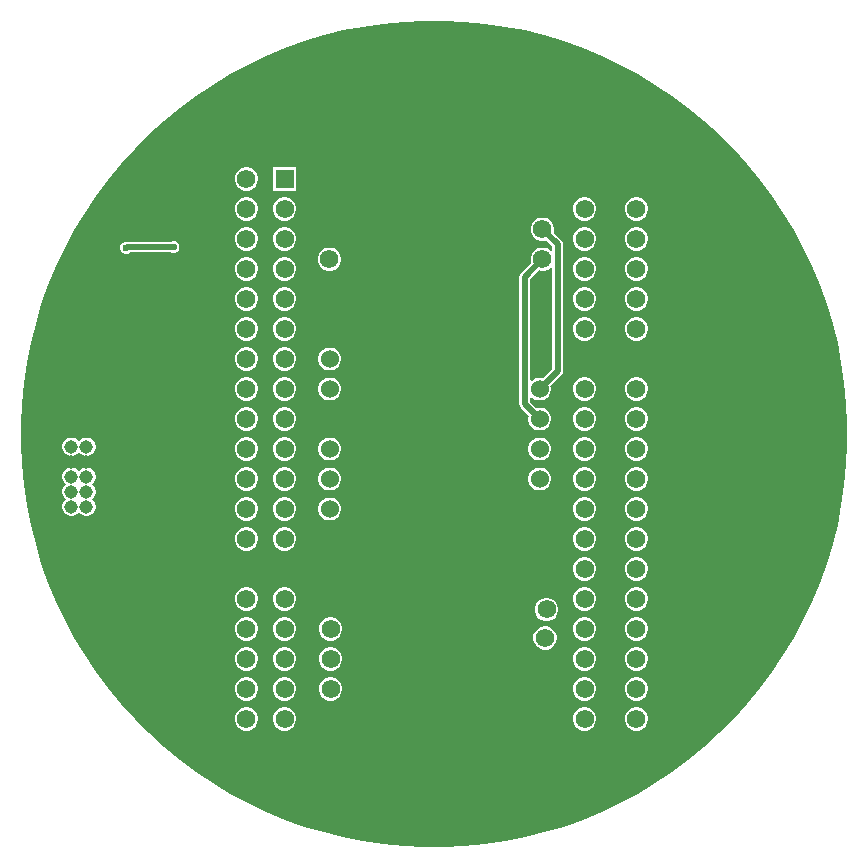
<source format=gbl>
G04*
G04 #@! TF.GenerationSoftware,Altium Limited,Altium Designer,21.2.0 (30)*
G04*
G04 Layer_Physical_Order=2*
G04 Layer_Color=16711680*
%FSLAX25Y25*%
%MOIN*%
G70*
G04*
G04 #@! TF.SameCoordinates,B96C5F5D-6F64-4CBB-A979-4CA2DAF74F4E*
G04*
G04*
G04 #@! TF.FilePolarity,Positive*
G04*
G01*
G75*
%ADD31C,0.01968*%
%ADD35C,0.06142*%
%ADD36C,0.06000*%
%ADD37R,0.06142X0.06142*%
%ADD38C,0.04500*%
%ADD39C,0.23622*%
%ADD40C,0.03937*%
%ADD41C,0.02362*%
G36*
X386883Y536795D02*
X393640Y536463D01*
X400373Y535800D01*
X407065Y534808D01*
X413700Y533488D01*
X420263Y531844D01*
X426737Y529880D01*
X433107Y527601D01*
X439357Y525012D01*
X445473Y522119D01*
X451440Y518930D01*
X457242Y515452D01*
X462868Y511693D01*
X468302Y507663D01*
X473531Y503371D01*
X478544Y498828D01*
X483328Y494044D01*
X487871Y489031D01*
X492163Y483802D01*
X496193Y478368D01*
X499952Y472742D01*
X503430Y466939D01*
X506619Y460973D01*
X509512Y454857D01*
X512101Y448607D01*
X514380Y442237D01*
X516344Y435763D01*
X517988Y429200D01*
X519308Y422565D01*
X520300Y415873D01*
X520963Y409140D01*
X521295Y402383D01*
Y399000D01*
Y395617D01*
X520963Y388860D01*
X520300Y382127D01*
X519308Y375435D01*
X517988Y368800D01*
X516344Y362237D01*
X514380Y355763D01*
X512101Y349393D01*
X509512Y343143D01*
X506619Y337027D01*
X503430Y331061D01*
X499952Y325258D01*
X496193Y319632D01*
X492163Y314198D01*
X487871Y308969D01*
X483328Y303956D01*
X478544Y299172D01*
X473531Y294629D01*
X468302Y290337D01*
X462868Y286307D01*
X457242Y282548D01*
X451440Y279070D01*
X445473Y275881D01*
X439357Y272988D01*
X433107Y270399D01*
X426737Y268120D01*
X420263Y266156D01*
X413700Y264512D01*
X407065Y263192D01*
X400373Y262200D01*
X393640Y261537D01*
X386883Y261205D01*
X383500D01*
X380117D01*
X373360Y261537D01*
X366627Y262200D01*
X359935Y263192D01*
X353300Y264512D01*
X346737Y266156D01*
X340263Y268120D01*
X333893Y270399D01*
X327643Y272988D01*
X321527Y275881D01*
X315561Y279070D01*
X309758Y282548D01*
X304132Y286307D01*
X298698Y290337D01*
X293469Y294629D01*
X288456Y299172D01*
X283672Y303956D01*
X279129Y308969D01*
X274837Y314198D01*
X270807Y319632D01*
X267048Y325258D01*
X263570Y331061D01*
X260381Y337027D01*
X257488Y343143D01*
X254899Y349393D01*
X252620Y355763D01*
X250656Y362237D01*
X249012Y368800D01*
X247692Y375435D01*
X246700Y382127D01*
X246037Y388860D01*
X245705Y395617D01*
Y399000D01*
Y402383D01*
X246037Y409140D01*
X246700Y415873D01*
X247692Y422565D01*
X249012Y429200D01*
X250656Y435763D01*
X252620Y442237D01*
X254899Y448607D01*
X257488Y454857D01*
X260381Y460973D01*
X263570Y466939D01*
X267048Y472742D01*
X270807Y478368D01*
X274837Y483802D01*
X279129Y489031D01*
X283672Y494044D01*
X288456Y498828D01*
X293469Y503371D01*
X298698Y507663D01*
X304132Y511693D01*
X309758Y515452D01*
X315561Y518930D01*
X321527Y522119D01*
X327643Y525012D01*
X333893Y527601D01*
X340263Y529880D01*
X346737Y531844D01*
X353300Y533488D01*
X359935Y534808D01*
X366627Y535800D01*
X373360Y536463D01*
X380117Y536795D01*
X383500D01*
X386883D01*
D02*
G37*
%LPC*%
G36*
X337528Y487871D02*
X329787D01*
Y480129D01*
X337528D01*
Y487871D01*
D02*
G37*
G36*
X321461D02*
X320442D01*
X319458Y487607D01*
X318575Y487098D01*
X317854Y486377D01*
X317345Y485494D01*
X317081Y484510D01*
Y483490D01*
X317345Y482506D01*
X317854Y481623D01*
X318575Y480902D01*
X319458Y480393D01*
X320442Y480129D01*
X321461D01*
X322446Y480393D01*
X323328Y480902D01*
X324049Y481623D01*
X324559Y482506D01*
X324823Y483490D01*
Y484510D01*
X324559Y485494D01*
X324049Y486377D01*
X323328Y487098D01*
X322446Y487607D01*
X321461Y487871D01*
D02*
G37*
G36*
X451461Y477871D02*
X450442D01*
X449458Y477607D01*
X448575Y477098D01*
X447854Y476377D01*
X447345Y475494D01*
X447081Y474510D01*
Y473490D01*
X447345Y472506D01*
X447854Y471623D01*
X448575Y470902D01*
X449458Y470393D01*
X450442Y470129D01*
X451461D01*
X452446Y470393D01*
X453329Y470902D01*
X454049Y471623D01*
X454559Y472506D01*
X454823Y473490D01*
Y474510D01*
X454559Y475494D01*
X454049Y476377D01*
X453329Y477098D01*
X452446Y477607D01*
X451461Y477871D01*
D02*
G37*
G36*
X434167D02*
X433148D01*
X432163Y477607D01*
X431281Y477098D01*
X430560Y476377D01*
X430050Y475494D01*
X429787Y474510D01*
Y473490D01*
X430050Y472506D01*
X430560Y471623D01*
X431281Y470902D01*
X432163Y470393D01*
X433148Y470129D01*
X434167D01*
X435152Y470393D01*
X436034Y470902D01*
X436755Y471623D01*
X437264Y472506D01*
X437528Y473490D01*
Y474510D01*
X437264Y475494D01*
X436755Y476377D01*
X436034Y477098D01*
X435152Y477607D01*
X434167Y477871D01*
D02*
G37*
G36*
X334167D02*
X333148D01*
X332163Y477607D01*
X331281Y477098D01*
X330560Y476377D01*
X330050Y475494D01*
X329787Y474510D01*
Y473490D01*
X330050Y472506D01*
X330560Y471623D01*
X331281Y470902D01*
X332163Y470393D01*
X333148Y470129D01*
X334167D01*
X335152Y470393D01*
X336034Y470902D01*
X336755Y471623D01*
X337265Y472506D01*
X337528Y473490D01*
Y474510D01*
X337265Y475494D01*
X336755Y476377D01*
X336034Y477098D01*
X335152Y477607D01*
X334167Y477871D01*
D02*
G37*
G36*
X321461D02*
X320442D01*
X319458Y477607D01*
X318575Y477098D01*
X317854Y476377D01*
X317345Y475494D01*
X317081Y474510D01*
Y473490D01*
X317345Y472506D01*
X317854Y471623D01*
X318575Y470902D01*
X319458Y470393D01*
X320442Y470129D01*
X321461D01*
X322446Y470393D01*
X323328Y470902D01*
X324049Y471623D01*
X324559Y472506D01*
X324823Y473490D01*
Y474510D01*
X324559Y475494D01*
X324049Y476377D01*
X323328Y477098D01*
X322446Y477607D01*
X321461Y477871D01*
D02*
G37*
G36*
X297048Y463300D02*
X296259D01*
X295869Y463138D01*
X281102D01*
X281102Y463138D01*
X280927Y463103D01*
X280511D01*
X279783Y462802D01*
X279226Y462244D01*
X278924Y461516D01*
Y460728D01*
X279226Y460000D01*
X279783Y459443D01*
X280511Y459141D01*
X281300D01*
X282028Y459443D01*
X282085Y459500D01*
X295869D01*
X296259Y459338D01*
X297048D01*
X297776Y459639D01*
X298333Y460197D01*
X298635Y460925D01*
Y461713D01*
X298333Y462441D01*
X297776Y462998D01*
X297048Y463300D01*
D02*
G37*
G36*
X451461Y467871D02*
X450442D01*
X449458Y467607D01*
X448575Y467098D01*
X447854Y466377D01*
X447345Y465494D01*
X447081Y464510D01*
Y463490D01*
X447345Y462506D01*
X447854Y461623D01*
X448575Y460903D01*
X449458Y460393D01*
X450442Y460129D01*
X451461D01*
X452446Y460393D01*
X453329Y460903D01*
X454049Y461623D01*
X454559Y462506D01*
X454823Y463490D01*
Y464510D01*
X454559Y465494D01*
X454049Y466377D01*
X453329Y467098D01*
X452446Y467607D01*
X451461Y467871D01*
D02*
G37*
G36*
X434167D02*
X433148D01*
X432163Y467607D01*
X431281Y467098D01*
X430560Y466377D01*
X430050Y465494D01*
X429787Y464510D01*
Y463490D01*
X430050Y462506D01*
X430560Y461623D01*
X431281Y460903D01*
X432163Y460393D01*
X433148Y460129D01*
X434167D01*
X435152Y460393D01*
X436034Y460903D01*
X436755Y461623D01*
X437264Y462506D01*
X437528Y463490D01*
Y464510D01*
X437264Y465494D01*
X436755Y466377D01*
X436034Y467098D01*
X435152Y467607D01*
X434167Y467871D01*
D02*
G37*
G36*
X334167D02*
X333148D01*
X332163Y467607D01*
X331281Y467098D01*
X330560Y466377D01*
X330050Y465494D01*
X329787Y464510D01*
Y463490D01*
X330050Y462506D01*
X330560Y461623D01*
X331281Y460903D01*
X332163Y460393D01*
X333148Y460129D01*
X334167D01*
X335152Y460393D01*
X336034Y460903D01*
X336755Y461623D01*
X337265Y462506D01*
X337528Y463490D01*
Y464510D01*
X337265Y465494D01*
X336755Y466377D01*
X336034Y467098D01*
X335152Y467607D01*
X334167Y467871D01*
D02*
G37*
G36*
X321461D02*
X320442D01*
X319458Y467607D01*
X318575Y467098D01*
X317854Y466377D01*
X317345Y465494D01*
X317081Y464510D01*
Y463490D01*
X317345Y462506D01*
X317854Y461623D01*
X318575Y460903D01*
X319458Y460393D01*
X320442Y460129D01*
X321461D01*
X322446Y460393D01*
X323328Y460903D01*
X324049Y461623D01*
X324559Y462506D01*
X324823Y463490D01*
Y464510D01*
X324559Y465494D01*
X324049Y466377D01*
X323328Y467098D01*
X322446Y467607D01*
X321461Y467871D01*
D02*
G37*
G36*
X420124Y471107D02*
X419105D01*
X418120Y470843D01*
X417237Y470334D01*
X416517Y469613D01*
X416007Y468730D01*
X415743Y467746D01*
Y466727D01*
X416007Y465742D01*
X416517Y464859D01*
X417237Y464139D01*
X418120Y463629D01*
X419105Y463365D01*
X420124D01*
X420746Y463532D01*
X422834Y461443D01*
Y460197D01*
X422334Y459990D01*
X421991Y460334D01*
X421108Y460843D01*
X420124Y461107D01*
X419105D01*
X418120Y460843D01*
X417237Y460334D01*
X416517Y459613D01*
X416007Y458730D01*
X415743Y457746D01*
Y456727D01*
X415910Y456105D01*
X412403Y452597D01*
X412008Y452007D01*
X411870Y451311D01*
X411870Y451311D01*
Y408969D01*
X411870Y408968D01*
X412008Y408272D01*
X412403Y407682D01*
X415011Y405074D01*
X414857Y404500D01*
Y403500D01*
X415116Y402533D01*
X415617Y401667D01*
X416324Y400959D01*
X417191Y400459D01*
X418157Y400200D01*
X419158D01*
X420124Y400459D01*
X420991Y400959D01*
X421698Y401667D01*
X422198Y402533D01*
X422458Y403500D01*
Y404500D01*
X422198Y405467D01*
X421698Y406333D01*
X420991Y407041D01*
X420124Y407541D01*
X419158Y407800D01*
X418157D01*
X417584Y407646D01*
X415508Y409722D01*
Y411068D01*
X416008Y411275D01*
X416324Y410959D01*
X417191Y410459D01*
X418157Y410200D01*
X419158D01*
X420124Y410459D01*
X420991Y410959D01*
X421698Y411667D01*
X422198Y412533D01*
X422458Y413500D01*
Y414500D01*
X422304Y415074D01*
X425940Y418710D01*
X426334Y419300D01*
X426473Y419996D01*
X426473Y419996D01*
Y462197D01*
X426473Y462197D01*
X426334Y462893D01*
X425940Y463483D01*
X425940Y463483D01*
X423318Y466105D01*
X423485Y466727D01*
Y467746D01*
X423221Y468730D01*
X422712Y469613D01*
X421991Y470334D01*
X421108Y470843D01*
X420124Y471107D01*
D02*
G37*
G36*
X349124Y461107D02*
X348105D01*
X347120Y460843D01*
X346237Y460334D01*
X345517Y459613D01*
X345007Y458730D01*
X344743Y457746D01*
Y456727D01*
X345007Y455742D01*
X345517Y454859D01*
X346237Y454139D01*
X347120Y453629D01*
X348105Y453365D01*
X349124D01*
X350108Y453629D01*
X350991Y454139D01*
X351712Y454859D01*
X352221Y455742D01*
X352485Y456727D01*
Y457746D01*
X352221Y458730D01*
X351712Y459613D01*
X350991Y460334D01*
X350108Y460843D01*
X349124Y461107D01*
D02*
G37*
G36*
X451461Y457871D02*
X450442D01*
X449458Y457607D01*
X448575Y457097D01*
X447854Y456377D01*
X447345Y455494D01*
X447081Y454510D01*
Y453490D01*
X447345Y452506D01*
X447854Y451623D01*
X448575Y450903D01*
X449458Y450393D01*
X450442Y450129D01*
X451461D01*
X452446Y450393D01*
X453329Y450903D01*
X454049Y451623D01*
X454559Y452506D01*
X454823Y453490D01*
Y454510D01*
X454559Y455494D01*
X454049Y456377D01*
X453329Y457097D01*
X452446Y457607D01*
X451461Y457871D01*
D02*
G37*
G36*
X434167D02*
X433148D01*
X432163Y457607D01*
X431281Y457097D01*
X430560Y456377D01*
X430050Y455494D01*
X429787Y454510D01*
Y453490D01*
X430050Y452506D01*
X430560Y451623D01*
X431281Y450903D01*
X432163Y450393D01*
X433148Y450129D01*
X434167D01*
X435152Y450393D01*
X436034Y450903D01*
X436755Y451623D01*
X437264Y452506D01*
X437528Y453490D01*
Y454510D01*
X437264Y455494D01*
X436755Y456377D01*
X436034Y457097D01*
X435152Y457607D01*
X434167Y457871D01*
D02*
G37*
G36*
X334167D02*
X333148D01*
X332163Y457607D01*
X331281Y457097D01*
X330560Y456377D01*
X330050Y455494D01*
X329787Y454510D01*
Y453490D01*
X330050Y452506D01*
X330560Y451623D01*
X331281Y450903D01*
X332163Y450393D01*
X333148Y450129D01*
X334167D01*
X335152Y450393D01*
X336034Y450903D01*
X336755Y451623D01*
X337265Y452506D01*
X337528Y453490D01*
Y454510D01*
X337265Y455494D01*
X336755Y456377D01*
X336034Y457097D01*
X335152Y457607D01*
X334167Y457871D01*
D02*
G37*
G36*
X321461D02*
X320442D01*
X319458Y457607D01*
X318575Y457097D01*
X317854Y456377D01*
X317345Y455494D01*
X317081Y454510D01*
Y453490D01*
X317345Y452506D01*
X317854Y451623D01*
X318575Y450903D01*
X319458Y450393D01*
X320442Y450129D01*
X321461D01*
X322446Y450393D01*
X323328Y450903D01*
X324049Y451623D01*
X324559Y452506D01*
X324823Y453490D01*
Y454510D01*
X324559Y455494D01*
X324049Y456377D01*
X323328Y457097D01*
X322446Y457607D01*
X321461Y457871D01*
D02*
G37*
G36*
X451461Y447871D02*
X450442D01*
X449458Y447607D01*
X448575Y447097D01*
X447854Y446377D01*
X447345Y445494D01*
X447081Y444510D01*
Y443490D01*
X447345Y442506D01*
X447854Y441623D01*
X448575Y440903D01*
X449458Y440393D01*
X450442Y440129D01*
X451461D01*
X452446Y440393D01*
X453329Y440903D01*
X454049Y441623D01*
X454559Y442506D01*
X454823Y443490D01*
Y444510D01*
X454559Y445494D01*
X454049Y446377D01*
X453329Y447097D01*
X452446Y447607D01*
X451461Y447871D01*
D02*
G37*
G36*
X434167D02*
X433148D01*
X432163Y447607D01*
X431281Y447097D01*
X430560Y446377D01*
X430050Y445494D01*
X429787Y444510D01*
Y443490D01*
X430050Y442506D01*
X430560Y441623D01*
X431281Y440903D01*
X432163Y440393D01*
X433148Y440129D01*
X434167D01*
X435152Y440393D01*
X436034Y440903D01*
X436755Y441623D01*
X437264Y442506D01*
X437528Y443490D01*
Y444510D01*
X437264Y445494D01*
X436755Y446377D01*
X436034Y447097D01*
X435152Y447607D01*
X434167Y447871D01*
D02*
G37*
G36*
X334167D02*
X333148D01*
X332163Y447607D01*
X331281Y447097D01*
X330560Y446377D01*
X330050Y445494D01*
X329787Y444510D01*
Y443490D01*
X330050Y442506D01*
X330560Y441623D01*
X331281Y440903D01*
X332163Y440393D01*
X333148Y440129D01*
X334167D01*
X335152Y440393D01*
X336034Y440903D01*
X336755Y441623D01*
X337265Y442506D01*
X337528Y443490D01*
Y444510D01*
X337265Y445494D01*
X336755Y446377D01*
X336034Y447097D01*
X335152Y447607D01*
X334167Y447871D01*
D02*
G37*
G36*
X321461D02*
X320442D01*
X319458Y447607D01*
X318575Y447097D01*
X317854Y446377D01*
X317345Y445494D01*
X317081Y444510D01*
Y443490D01*
X317345Y442506D01*
X317854Y441623D01*
X318575Y440903D01*
X319458Y440393D01*
X320442Y440129D01*
X321461D01*
X322446Y440393D01*
X323328Y440903D01*
X324049Y441623D01*
X324559Y442506D01*
X324823Y443490D01*
Y444510D01*
X324559Y445494D01*
X324049Y446377D01*
X323328Y447097D01*
X322446Y447607D01*
X321461Y447871D01*
D02*
G37*
G36*
X451461Y437871D02*
X450442D01*
X449458Y437607D01*
X448575Y437098D01*
X447854Y436377D01*
X447345Y435494D01*
X447081Y434510D01*
Y433490D01*
X447345Y432506D01*
X447854Y431623D01*
X448575Y430902D01*
X449458Y430393D01*
X450442Y430129D01*
X451461D01*
X452446Y430393D01*
X453329Y430902D01*
X454049Y431623D01*
X454559Y432506D01*
X454823Y433490D01*
Y434510D01*
X454559Y435494D01*
X454049Y436377D01*
X453329Y437098D01*
X452446Y437607D01*
X451461Y437871D01*
D02*
G37*
G36*
X434167D02*
X433148D01*
X432163Y437607D01*
X431281Y437098D01*
X430560Y436377D01*
X430050Y435494D01*
X429787Y434510D01*
Y433490D01*
X430050Y432506D01*
X430560Y431623D01*
X431281Y430902D01*
X432163Y430393D01*
X433148Y430129D01*
X434167D01*
X435152Y430393D01*
X436034Y430902D01*
X436755Y431623D01*
X437264Y432506D01*
X437528Y433490D01*
Y434510D01*
X437264Y435494D01*
X436755Y436377D01*
X436034Y437098D01*
X435152Y437607D01*
X434167Y437871D01*
D02*
G37*
G36*
X334167D02*
X333148D01*
X332163Y437607D01*
X331281Y437098D01*
X330560Y436377D01*
X330050Y435494D01*
X329787Y434510D01*
Y433490D01*
X330050Y432506D01*
X330560Y431623D01*
X331281Y430902D01*
X332163Y430393D01*
X333148Y430129D01*
X334167D01*
X335152Y430393D01*
X336034Y430902D01*
X336755Y431623D01*
X337265Y432506D01*
X337528Y433490D01*
Y434510D01*
X337265Y435494D01*
X336755Y436377D01*
X336034Y437098D01*
X335152Y437607D01*
X334167Y437871D01*
D02*
G37*
G36*
X321461D02*
X320442D01*
X319458Y437607D01*
X318575Y437098D01*
X317854Y436377D01*
X317345Y435494D01*
X317081Y434510D01*
Y433490D01*
X317345Y432506D01*
X317854Y431623D01*
X318575Y430902D01*
X319458Y430393D01*
X320442Y430129D01*
X321461D01*
X322446Y430393D01*
X323328Y430902D01*
X324049Y431623D01*
X324559Y432506D01*
X324823Y433490D01*
Y434510D01*
X324559Y435494D01*
X324049Y436377D01*
X323328Y437098D01*
X322446Y437607D01*
X321461Y437871D01*
D02*
G37*
G36*
X349158Y427800D02*
X348157D01*
X347191Y427541D01*
X346324Y427041D01*
X345617Y426333D01*
X345116Y425467D01*
X344858Y424500D01*
Y423500D01*
X345116Y422533D01*
X345617Y421667D01*
X346324Y420959D01*
X347191Y420459D01*
X348157Y420200D01*
X349158D01*
X350124Y420459D01*
X350991Y420959D01*
X351698Y421667D01*
X352199Y422533D01*
X352457Y423500D01*
Y424500D01*
X352199Y425467D01*
X351698Y426333D01*
X350991Y427041D01*
X350124Y427541D01*
X349158Y427800D01*
D02*
G37*
G36*
X334167Y427871D02*
X333148D01*
X332163Y427607D01*
X331281Y427098D01*
X330560Y426377D01*
X330050Y425494D01*
X329787Y424510D01*
Y423490D01*
X330050Y422506D01*
X330560Y421623D01*
X331281Y420902D01*
X332163Y420393D01*
X333148Y420129D01*
X334167D01*
X335152Y420393D01*
X336034Y420902D01*
X336755Y421623D01*
X337265Y422506D01*
X337528Y423490D01*
Y424510D01*
X337265Y425494D01*
X336755Y426377D01*
X336034Y427098D01*
X335152Y427607D01*
X334167Y427871D01*
D02*
G37*
G36*
X321461D02*
X320442D01*
X319458Y427607D01*
X318575Y427098D01*
X317854Y426377D01*
X317345Y425494D01*
X317081Y424510D01*
Y423490D01*
X317345Y422506D01*
X317854Y421623D01*
X318575Y420902D01*
X319458Y420393D01*
X320442Y420129D01*
X321461D01*
X322446Y420393D01*
X323328Y420902D01*
X324049Y421623D01*
X324559Y422506D01*
X324823Y423490D01*
Y424510D01*
X324559Y425494D01*
X324049Y426377D01*
X323328Y427098D01*
X322446Y427607D01*
X321461Y427871D01*
D02*
G37*
G36*
X349158Y417800D02*
X348157D01*
X347191Y417541D01*
X346324Y417041D01*
X345617Y416333D01*
X345116Y415467D01*
X344858Y414500D01*
Y413500D01*
X345116Y412533D01*
X345617Y411667D01*
X346324Y410959D01*
X347191Y410459D01*
X348157Y410200D01*
X349158D01*
X350124Y410459D01*
X350991Y410959D01*
X351698Y411667D01*
X352199Y412533D01*
X352457Y413500D01*
Y414500D01*
X352199Y415467D01*
X351698Y416333D01*
X350991Y417041D01*
X350124Y417541D01*
X349158Y417800D01*
D02*
G37*
G36*
X451461Y417871D02*
X450442D01*
X449458Y417607D01*
X448575Y417098D01*
X447854Y416377D01*
X447345Y415494D01*
X447081Y414510D01*
Y413490D01*
X447345Y412506D01*
X447854Y411623D01*
X448575Y410903D01*
X449458Y410393D01*
X450442Y410129D01*
X451461D01*
X452446Y410393D01*
X453329Y410903D01*
X454049Y411623D01*
X454559Y412506D01*
X454823Y413490D01*
Y414510D01*
X454559Y415494D01*
X454049Y416377D01*
X453329Y417098D01*
X452446Y417607D01*
X451461Y417871D01*
D02*
G37*
G36*
X434167D02*
X433148D01*
X432163Y417607D01*
X431281Y417098D01*
X430560Y416377D01*
X430050Y415494D01*
X429787Y414510D01*
Y413490D01*
X430050Y412506D01*
X430560Y411623D01*
X431281Y410903D01*
X432163Y410393D01*
X433148Y410129D01*
X434167D01*
X435152Y410393D01*
X436034Y410903D01*
X436755Y411623D01*
X437264Y412506D01*
X437528Y413490D01*
Y414510D01*
X437264Y415494D01*
X436755Y416377D01*
X436034Y417098D01*
X435152Y417607D01*
X434167Y417871D01*
D02*
G37*
G36*
X334167D02*
X333148D01*
X332163Y417607D01*
X331281Y417098D01*
X330560Y416377D01*
X330050Y415494D01*
X329787Y414510D01*
Y413490D01*
X330050Y412506D01*
X330560Y411623D01*
X331281Y410903D01*
X332163Y410393D01*
X333148Y410129D01*
X334167D01*
X335152Y410393D01*
X336034Y410903D01*
X336755Y411623D01*
X337265Y412506D01*
X337528Y413490D01*
Y414510D01*
X337265Y415494D01*
X336755Y416377D01*
X336034Y417098D01*
X335152Y417607D01*
X334167Y417871D01*
D02*
G37*
G36*
X321461D02*
X320442D01*
X319458Y417607D01*
X318575Y417098D01*
X317854Y416377D01*
X317345Y415494D01*
X317081Y414510D01*
Y413490D01*
X317345Y412506D01*
X317854Y411623D01*
X318575Y410903D01*
X319458Y410393D01*
X320442Y410129D01*
X321461D01*
X322446Y410393D01*
X323328Y410903D01*
X324049Y411623D01*
X324559Y412506D01*
X324823Y413490D01*
Y414510D01*
X324559Y415494D01*
X324049Y416377D01*
X323328Y417098D01*
X322446Y417607D01*
X321461Y417871D01*
D02*
G37*
G36*
X451461Y407871D02*
X450442D01*
X449458Y407607D01*
X448575Y407097D01*
X447854Y406377D01*
X447345Y405494D01*
X447081Y404510D01*
Y403490D01*
X447345Y402506D01*
X447854Y401623D01*
X448575Y400903D01*
X449458Y400393D01*
X450442Y400129D01*
X451461D01*
X452446Y400393D01*
X453329Y400903D01*
X454049Y401623D01*
X454559Y402506D01*
X454823Y403490D01*
Y404510D01*
X454559Y405494D01*
X454049Y406377D01*
X453329Y407097D01*
X452446Y407607D01*
X451461Y407871D01*
D02*
G37*
G36*
X434167D02*
X433148D01*
X432163Y407607D01*
X431281Y407097D01*
X430560Y406377D01*
X430050Y405494D01*
X429787Y404510D01*
Y403490D01*
X430050Y402506D01*
X430560Y401623D01*
X431281Y400903D01*
X432163Y400393D01*
X433148Y400129D01*
X434167D01*
X435152Y400393D01*
X436034Y400903D01*
X436755Y401623D01*
X437264Y402506D01*
X437528Y403490D01*
Y404510D01*
X437264Y405494D01*
X436755Y406377D01*
X436034Y407097D01*
X435152Y407607D01*
X434167Y407871D01*
D02*
G37*
G36*
X334167D02*
X333148D01*
X332163Y407607D01*
X331281Y407097D01*
X330560Y406377D01*
X330050Y405494D01*
X329787Y404510D01*
Y403490D01*
X330050Y402506D01*
X330560Y401623D01*
X331281Y400903D01*
X332163Y400393D01*
X333148Y400129D01*
X334167D01*
X335152Y400393D01*
X336034Y400903D01*
X336755Y401623D01*
X337265Y402506D01*
X337528Y403490D01*
Y404510D01*
X337265Y405494D01*
X336755Y406377D01*
X336034Y407097D01*
X335152Y407607D01*
X334167Y407871D01*
D02*
G37*
G36*
X321461D02*
X320442D01*
X319458Y407607D01*
X318575Y407097D01*
X317854Y406377D01*
X317345Y405494D01*
X317081Y404510D01*
Y403490D01*
X317345Y402506D01*
X317854Y401623D01*
X318575Y400903D01*
X319458Y400393D01*
X320442Y400129D01*
X321461D01*
X322446Y400393D01*
X323328Y400903D01*
X324049Y401623D01*
X324559Y402506D01*
X324823Y403490D01*
Y404510D01*
X324559Y405494D01*
X324049Y406377D01*
X323328Y407097D01*
X322446Y407607D01*
X321461Y407871D01*
D02*
G37*
G36*
X268020Y397794D02*
X267217D01*
X266441Y397586D01*
X265745Y397185D01*
X265455Y396895D01*
X265118Y396658D01*
X264781Y396895D01*
X264491Y397185D01*
X263795Y397586D01*
X263020Y397794D01*
X262217D01*
X261441Y397586D01*
X260745Y397185D01*
X260177Y396617D01*
X259776Y395921D01*
X259568Y395146D01*
Y394342D01*
X259776Y393567D01*
X260177Y392871D01*
X260745Y392303D01*
X261441Y391902D01*
X262217Y391694D01*
X263020D01*
X263795Y391902D01*
X264491Y392303D01*
X264781Y392594D01*
X265118Y392830D01*
X265455Y392594D01*
X265745Y392303D01*
X266441Y391902D01*
X267217Y391694D01*
X268020D01*
X268795Y391902D01*
X269491Y392303D01*
X270059Y392871D01*
X270460Y393567D01*
X270668Y394342D01*
Y395146D01*
X270460Y395921D01*
X270059Y396617D01*
X269491Y397185D01*
X268795Y397586D01*
X268020Y397794D01*
D02*
G37*
G36*
X419158Y397800D02*
X418157D01*
X417191Y397541D01*
X416324Y397041D01*
X415617Y396333D01*
X415116Y395467D01*
X414857Y394500D01*
Y393500D01*
X415116Y392533D01*
X415617Y391667D01*
X416324Y390959D01*
X417191Y390459D01*
X418157Y390200D01*
X419158D01*
X420124Y390459D01*
X420991Y390959D01*
X421698Y391667D01*
X422198Y392533D01*
X422458Y393500D01*
Y394500D01*
X422198Y395467D01*
X421698Y396333D01*
X420991Y397041D01*
X420124Y397541D01*
X419158Y397800D01*
D02*
G37*
G36*
X349158D02*
X348157D01*
X347191Y397541D01*
X346324Y397041D01*
X345617Y396333D01*
X345116Y395467D01*
X344858Y394500D01*
Y393500D01*
X345116Y392533D01*
X345617Y391667D01*
X346324Y390959D01*
X347191Y390459D01*
X348157Y390200D01*
X349158D01*
X350124Y390459D01*
X350991Y390959D01*
X351698Y391667D01*
X352199Y392533D01*
X352457Y393500D01*
Y394500D01*
X352199Y395467D01*
X351698Y396333D01*
X350991Y397041D01*
X350124Y397541D01*
X349158Y397800D01*
D02*
G37*
G36*
X451461Y397871D02*
X450442D01*
X449458Y397607D01*
X448575Y397097D01*
X447854Y396377D01*
X447345Y395494D01*
X447081Y394510D01*
Y393490D01*
X447345Y392506D01*
X447854Y391623D01*
X448575Y390902D01*
X449458Y390393D01*
X450442Y390129D01*
X451461D01*
X452446Y390393D01*
X453329Y390902D01*
X454049Y391623D01*
X454559Y392506D01*
X454823Y393490D01*
Y394510D01*
X454559Y395494D01*
X454049Y396377D01*
X453329Y397097D01*
X452446Y397607D01*
X451461Y397871D01*
D02*
G37*
G36*
X434167D02*
X433148D01*
X432163Y397607D01*
X431281Y397097D01*
X430560Y396377D01*
X430050Y395494D01*
X429787Y394510D01*
Y393490D01*
X430050Y392506D01*
X430560Y391623D01*
X431281Y390902D01*
X432163Y390393D01*
X433148Y390129D01*
X434167D01*
X435152Y390393D01*
X436034Y390902D01*
X436755Y391623D01*
X437264Y392506D01*
X437528Y393490D01*
Y394510D01*
X437264Y395494D01*
X436755Y396377D01*
X436034Y397097D01*
X435152Y397607D01*
X434167Y397871D01*
D02*
G37*
G36*
X334167D02*
X333148D01*
X332163Y397607D01*
X331281Y397097D01*
X330560Y396377D01*
X330050Y395494D01*
X329787Y394510D01*
Y393490D01*
X330050Y392506D01*
X330560Y391623D01*
X331281Y390902D01*
X332163Y390393D01*
X333148Y390129D01*
X334167D01*
X335152Y390393D01*
X336034Y390902D01*
X336755Y391623D01*
X337265Y392506D01*
X337528Y393490D01*
Y394510D01*
X337265Y395494D01*
X336755Y396377D01*
X336034Y397097D01*
X335152Y397607D01*
X334167Y397871D01*
D02*
G37*
G36*
X321461D02*
X320442D01*
X319458Y397607D01*
X318575Y397097D01*
X317854Y396377D01*
X317345Y395494D01*
X317081Y394510D01*
Y393490D01*
X317345Y392506D01*
X317854Y391623D01*
X318575Y390902D01*
X319458Y390393D01*
X320442Y390129D01*
X321461D01*
X322446Y390393D01*
X323328Y390902D01*
X324049Y391623D01*
X324559Y392506D01*
X324823Y393490D01*
Y394510D01*
X324559Y395494D01*
X324049Y396377D01*
X323328Y397097D01*
X322446Y397607D01*
X321461Y397871D01*
D02*
G37*
G36*
X268020Y387794D02*
X267217D01*
X266441Y387586D01*
X265745Y387185D01*
X265455Y386895D01*
X265118Y386658D01*
X264781Y386895D01*
X264491Y387185D01*
X263795Y387586D01*
X263020Y387794D01*
X262217D01*
X261441Y387586D01*
X260745Y387185D01*
X260177Y386617D01*
X259776Y385921D01*
X259568Y385146D01*
Y384343D01*
X259776Y383567D01*
X260177Y382871D01*
X260468Y382581D01*
X260704Y382244D01*
X260468Y381907D01*
X260177Y381617D01*
X259776Y380921D01*
X259568Y380146D01*
Y379343D01*
X259776Y378567D01*
X260177Y377871D01*
X260468Y377581D01*
X260704Y377244D01*
X260468Y376907D01*
X260177Y376617D01*
X259776Y375921D01*
X259568Y375146D01*
Y374342D01*
X259776Y373567D01*
X260177Y372871D01*
X260745Y372304D01*
X261441Y371902D01*
X262217Y371694D01*
X263020D01*
X263795Y371902D01*
X264491Y372304D01*
X264781Y372593D01*
X265118Y372830D01*
X265455Y372593D01*
X265745Y372304D01*
X266441Y371902D01*
X267217Y371694D01*
X268020D01*
X268795Y371902D01*
X269491Y372304D01*
X270059Y372871D01*
X270460Y373567D01*
X270668Y374342D01*
Y375146D01*
X270460Y375921D01*
X270059Y376617D01*
X269769Y376907D01*
X269532Y377244D01*
X269769Y377581D01*
X270059Y377871D01*
X270460Y378567D01*
X270668Y379343D01*
Y380146D01*
X270460Y380921D01*
X270059Y381617D01*
X269769Y381907D01*
X269532Y382244D01*
X269769Y382581D01*
X270059Y382871D01*
X270460Y383567D01*
X270668Y384343D01*
Y385146D01*
X270460Y385921D01*
X270059Y386617D01*
X269491Y387185D01*
X268795Y387586D01*
X268020Y387794D01*
D02*
G37*
G36*
X419158Y387800D02*
X418157D01*
X417191Y387541D01*
X416324Y387041D01*
X415617Y386333D01*
X415116Y385467D01*
X414857Y384500D01*
Y383500D01*
X415116Y382533D01*
X415617Y381667D01*
X416324Y380959D01*
X417191Y380459D01*
X418157Y380200D01*
X419158D01*
X420124Y380459D01*
X420991Y380959D01*
X421698Y381667D01*
X422198Y382533D01*
X422458Y383500D01*
Y384500D01*
X422198Y385467D01*
X421698Y386333D01*
X420991Y387041D01*
X420124Y387541D01*
X419158Y387800D01*
D02*
G37*
G36*
X349158D02*
X348157D01*
X347191Y387541D01*
X346324Y387041D01*
X345617Y386333D01*
X345116Y385467D01*
X344858Y384500D01*
Y383500D01*
X345116Y382533D01*
X345617Y381667D01*
X346324Y380959D01*
X347191Y380459D01*
X348157Y380200D01*
X349158D01*
X350124Y380459D01*
X350991Y380959D01*
X351698Y381667D01*
X352199Y382533D01*
X352457Y383500D01*
Y384500D01*
X352199Y385467D01*
X351698Y386333D01*
X350991Y387041D01*
X350124Y387541D01*
X349158Y387800D01*
D02*
G37*
G36*
X451461Y387871D02*
X450442D01*
X449458Y387607D01*
X448575Y387098D01*
X447854Y386377D01*
X447345Y385494D01*
X447081Y384510D01*
Y383490D01*
X447345Y382506D01*
X447854Y381623D01*
X448575Y380903D01*
X449458Y380393D01*
X450442Y380129D01*
X451461D01*
X452446Y380393D01*
X453329Y380903D01*
X454049Y381623D01*
X454559Y382506D01*
X454823Y383490D01*
Y384510D01*
X454559Y385494D01*
X454049Y386377D01*
X453329Y387098D01*
X452446Y387607D01*
X451461Y387871D01*
D02*
G37*
G36*
X434167D02*
X433148D01*
X432163Y387607D01*
X431281Y387098D01*
X430560Y386377D01*
X430050Y385494D01*
X429787Y384510D01*
Y383490D01*
X430050Y382506D01*
X430560Y381623D01*
X431281Y380903D01*
X432163Y380393D01*
X433148Y380129D01*
X434167D01*
X435152Y380393D01*
X436034Y380903D01*
X436755Y381623D01*
X437264Y382506D01*
X437528Y383490D01*
Y384510D01*
X437264Y385494D01*
X436755Y386377D01*
X436034Y387098D01*
X435152Y387607D01*
X434167Y387871D01*
D02*
G37*
G36*
X334167D02*
X333148D01*
X332163Y387607D01*
X331281Y387098D01*
X330560Y386377D01*
X330050Y385494D01*
X329787Y384510D01*
Y383490D01*
X330050Y382506D01*
X330560Y381623D01*
X331281Y380903D01*
X332163Y380393D01*
X333148Y380129D01*
X334167D01*
X335152Y380393D01*
X336034Y380903D01*
X336755Y381623D01*
X337265Y382506D01*
X337528Y383490D01*
Y384510D01*
X337265Y385494D01*
X336755Y386377D01*
X336034Y387098D01*
X335152Y387607D01*
X334167Y387871D01*
D02*
G37*
G36*
X321461D02*
X320442D01*
X319458Y387607D01*
X318575Y387098D01*
X317854Y386377D01*
X317345Y385494D01*
X317081Y384510D01*
Y383490D01*
X317345Y382506D01*
X317854Y381623D01*
X318575Y380903D01*
X319458Y380393D01*
X320442Y380129D01*
X321461D01*
X322446Y380393D01*
X323328Y380903D01*
X324049Y381623D01*
X324559Y382506D01*
X324823Y383490D01*
Y384510D01*
X324559Y385494D01*
X324049Y386377D01*
X323328Y387098D01*
X322446Y387607D01*
X321461Y387871D01*
D02*
G37*
G36*
X349158Y377800D02*
X348157D01*
X347191Y377541D01*
X346324Y377041D01*
X345617Y376333D01*
X345116Y375467D01*
X344858Y374500D01*
Y373500D01*
X345116Y372533D01*
X345617Y371667D01*
X346324Y370959D01*
X347191Y370459D01*
X348157Y370200D01*
X349158D01*
X350124Y370459D01*
X350991Y370959D01*
X351698Y371667D01*
X352199Y372533D01*
X352457Y373500D01*
Y374500D01*
X352199Y375467D01*
X351698Y376333D01*
X350991Y377041D01*
X350124Y377541D01*
X349158Y377800D01*
D02*
G37*
G36*
X451461Y377871D02*
X450442D01*
X449458Y377607D01*
X448575Y377098D01*
X447854Y376377D01*
X447345Y375494D01*
X447081Y374510D01*
Y373490D01*
X447345Y372506D01*
X447854Y371623D01*
X448575Y370902D01*
X449458Y370393D01*
X450442Y370129D01*
X451461D01*
X452446Y370393D01*
X453329Y370902D01*
X454049Y371623D01*
X454559Y372506D01*
X454823Y373490D01*
Y374510D01*
X454559Y375494D01*
X454049Y376377D01*
X453329Y377098D01*
X452446Y377607D01*
X451461Y377871D01*
D02*
G37*
G36*
X434167D02*
X433148D01*
X432163Y377607D01*
X431281Y377098D01*
X430560Y376377D01*
X430050Y375494D01*
X429787Y374510D01*
Y373490D01*
X430050Y372506D01*
X430560Y371623D01*
X431281Y370902D01*
X432163Y370393D01*
X433148Y370129D01*
X434167D01*
X435152Y370393D01*
X436034Y370902D01*
X436755Y371623D01*
X437264Y372506D01*
X437528Y373490D01*
Y374510D01*
X437264Y375494D01*
X436755Y376377D01*
X436034Y377098D01*
X435152Y377607D01*
X434167Y377871D01*
D02*
G37*
G36*
X334167D02*
X333148D01*
X332163Y377607D01*
X331281Y377098D01*
X330560Y376377D01*
X330050Y375494D01*
X329787Y374510D01*
Y373490D01*
X330050Y372506D01*
X330560Y371623D01*
X331281Y370902D01*
X332163Y370393D01*
X333148Y370129D01*
X334167D01*
X335152Y370393D01*
X336034Y370902D01*
X336755Y371623D01*
X337265Y372506D01*
X337528Y373490D01*
Y374510D01*
X337265Y375494D01*
X336755Y376377D01*
X336034Y377098D01*
X335152Y377607D01*
X334167Y377871D01*
D02*
G37*
G36*
X321461D02*
X320442D01*
X319458Y377607D01*
X318575Y377098D01*
X317854Y376377D01*
X317345Y375494D01*
X317081Y374510D01*
Y373490D01*
X317345Y372506D01*
X317854Y371623D01*
X318575Y370902D01*
X319458Y370393D01*
X320442Y370129D01*
X321461D01*
X322446Y370393D01*
X323328Y370902D01*
X324049Y371623D01*
X324559Y372506D01*
X324823Y373490D01*
Y374510D01*
X324559Y375494D01*
X324049Y376377D01*
X323328Y377098D01*
X322446Y377607D01*
X321461Y377871D01*
D02*
G37*
G36*
X451461Y367871D02*
X450442D01*
X449458Y367607D01*
X448575Y367097D01*
X447854Y366377D01*
X447345Y365494D01*
X447081Y364510D01*
Y363490D01*
X447345Y362506D01*
X447854Y361623D01*
X448575Y360903D01*
X449458Y360393D01*
X450442Y360129D01*
X451461D01*
X452446Y360393D01*
X453329Y360903D01*
X454049Y361623D01*
X454559Y362506D01*
X454823Y363490D01*
Y364510D01*
X454559Y365494D01*
X454049Y366377D01*
X453329Y367097D01*
X452446Y367607D01*
X451461Y367871D01*
D02*
G37*
G36*
X434167D02*
X433148D01*
X432163Y367607D01*
X431281Y367097D01*
X430560Y366377D01*
X430050Y365494D01*
X429787Y364510D01*
Y363490D01*
X430050Y362506D01*
X430560Y361623D01*
X431281Y360903D01*
X432163Y360393D01*
X433148Y360129D01*
X434167D01*
X435152Y360393D01*
X436034Y360903D01*
X436755Y361623D01*
X437264Y362506D01*
X437528Y363490D01*
Y364510D01*
X437264Y365494D01*
X436755Y366377D01*
X436034Y367097D01*
X435152Y367607D01*
X434167Y367871D01*
D02*
G37*
G36*
X334167D02*
X333148D01*
X332163Y367607D01*
X331281Y367097D01*
X330560Y366377D01*
X330050Y365494D01*
X329787Y364510D01*
Y363490D01*
X330050Y362506D01*
X330560Y361623D01*
X331281Y360903D01*
X332163Y360393D01*
X333148Y360129D01*
X334167D01*
X335152Y360393D01*
X336034Y360903D01*
X336755Y361623D01*
X337265Y362506D01*
X337528Y363490D01*
Y364510D01*
X337265Y365494D01*
X336755Y366377D01*
X336034Y367097D01*
X335152Y367607D01*
X334167Y367871D01*
D02*
G37*
G36*
X321461D02*
X320442D01*
X319458Y367607D01*
X318575Y367097D01*
X317854Y366377D01*
X317345Y365494D01*
X317081Y364510D01*
Y363490D01*
X317345Y362506D01*
X317854Y361623D01*
X318575Y360903D01*
X319458Y360393D01*
X320442Y360129D01*
X321461D01*
X322446Y360393D01*
X323328Y360903D01*
X324049Y361623D01*
X324559Y362506D01*
X324823Y363490D01*
Y364510D01*
X324559Y365494D01*
X324049Y366377D01*
X323328Y367097D01*
X322446Y367607D01*
X321461Y367871D01*
D02*
G37*
G36*
X451461Y357871D02*
X450442D01*
X449458Y357607D01*
X448575Y357098D01*
X447854Y356377D01*
X447345Y355494D01*
X447081Y354510D01*
Y353490D01*
X447345Y352506D01*
X447854Y351623D01*
X448575Y350903D01*
X449458Y350393D01*
X450442Y350129D01*
X451461D01*
X452446Y350393D01*
X453329Y350903D01*
X454049Y351623D01*
X454559Y352506D01*
X454823Y353490D01*
Y354510D01*
X454559Y355494D01*
X454049Y356377D01*
X453329Y357098D01*
X452446Y357607D01*
X451461Y357871D01*
D02*
G37*
G36*
X434167D02*
X433148D01*
X432163Y357607D01*
X431281Y357098D01*
X430560Y356377D01*
X430050Y355494D01*
X429787Y354510D01*
Y353490D01*
X430050Y352506D01*
X430560Y351623D01*
X431281Y350903D01*
X432163Y350393D01*
X433148Y350129D01*
X434167D01*
X435152Y350393D01*
X436034Y350903D01*
X436755Y351623D01*
X437264Y352506D01*
X437528Y353490D01*
Y354510D01*
X437264Y355494D01*
X436755Y356377D01*
X436034Y357098D01*
X435152Y357607D01*
X434167Y357871D01*
D02*
G37*
G36*
X451461Y347871D02*
X450442D01*
X449458Y347607D01*
X448575Y347097D01*
X447854Y346377D01*
X447345Y345494D01*
X447081Y344510D01*
Y343490D01*
X447345Y342506D01*
X447854Y341623D01*
X448575Y340902D01*
X449458Y340393D01*
X450442Y340129D01*
X451461D01*
X452446Y340393D01*
X453329Y340902D01*
X454049Y341623D01*
X454559Y342506D01*
X454823Y343490D01*
Y344510D01*
X454559Y345494D01*
X454049Y346377D01*
X453329Y347097D01*
X452446Y347607D01*
X451461Y347871D01*
D02*
G37*
G36*
X434167D02*
X433148D01*
X432163Y347607D01*
X431281Y347097D01*
X430560Y346377D01*
X430050Y345494D01*
X429787Y344510D01*
Y343490D01*
X430050Y342506D01*
X430560Y341623D01*
X431281Y340902D01*
X432163Y340393D01*
X433148Y340129D01*
X434167D01*
X435152Y340393D01*
X436034Y340902D01*
X436755Y341623D01*
X437264Y342506D01*
X437528Y343490D01*
Y344510D01*
X437264Y345494D01*
X436755Y346377D01*
X436034Y347097D01*
X435152Y347607D01*
X434167Y347871D01*
D02*
G37*
G36*
X334167D02*
X333148D01*
X332163Y347607D01*
X331281Y347097D01*
X330560Y346377D01*
X330050Y345494D01*
X329787Y344510D01*
Y343490D01*
X330050Y342506D01*
X330560Y341623D01*
X331281Y340902D01*
X332163Y340393D01*
X333148Y340129D01*
X334167D01*
X335152Y340393D01*
X336034Y340902D01*
X336755Y341623D01*
X337265Y342506D01*
X337528Y343490D01*
Y344510D01*
X337265Y345494D01*
X336755Y346377D01*
X336034Y347097D01*
X335152Y347607D01*
X334167Y347871D01*
D02*
G37*
G36*
X321461D02*
X320442D01*
X319458Y347607D01*
X318575Y347097D01*
X317854Y346377D01*
X317345Y345494D01*
X317081Y344510D01*
Y343490D01*
X317345Y342506D01*
X317854Y341623D01*
X318575Y340902D01*
X319458Y340393D01*
X320442Y340129D01*
X321461D01*
X322446Y340393D01*
X323328Y340902D01*
X324049Y341623D01*
X324559Y342506D01*
X324823Y343490D01*
Y344510D01*
X324559Y345494D01*
X324049Y346377D01*
X323328Y347097D01*
X322446Y347607D01*
X321461Y347871D01*
D02*
G37*
G36*
X421510Y344371D02*
X420490D01*
X419506Y344107D01*
X418623Y343598D01*
X417903Y342877D01*
X417393Y341994D01*
X417129Y341010D01*
Y339990D01*
X417393Y339006D01*
X417903Y338123D01*
X418623Y337403D01*
X419506Y336893D01*
X420490Y336629D01*
X421510D01*
X422494Y336893D01*
X423377Y337403D01*
X424097Y338123D01*
X424607Y339006D01*
X424871Y339990D01*
Y341010D01*
X424607Y341994D01*
X424097Y342877D01*
X423377Y343598D01*
X422494Y344107D01*
X421510Y344371D01*
D02*
G37*
G36*
X451461Y337871D02*
X450442D01*
X449458Y337607D01*
X448575Y337098D01*
X447854Y336377D01*
X447345Y335494D01*
X447081Y334510D01*
Y333490D01*
X447345Y332506D01*
X447854Y331623D01*
X448575Y330903D01*
X449458Y330393D01*
X450442Y330129D01*
X451461D01*
X452446Y330393D01*
X453329Y330903D01*
X454049Y331623D01*
X454559Y332506D01*
X454823Y333490D01*
Y334510D01*
X454559Y335494D01*
X454049Y336377D01*
X453329Y337098D01*
X452446Y337607D01*
X451461Y337871D01*
D02*
G37*
G36*
X434167D02*
X433148D01*
X432163Y337607D01*
X431281Y337098D01*
X430560Y336377D01*
X430050Y335494D01*
X429787Y334510D01*
Y333490D01*
X430050Y332506D01*
X430560Y331623D01*
X431281Y330903D01*
X432163Y330393D01*
X433148Y330129D01*
X434167D01*
X435152Y330393D01*
X436034Y330903D01*
X436755Y331623D01*
X437264Y332506D01*
X437528Y333490D01*
Y334510D01*
X437264Y335494D01*
X436755Y336377D01*
X436034Y337098D01*
X435152Y337607D01*
X434167Y337871D01*
D02*
G37*
G36*
X349510D02*
X348490D01*
X347506Y337607D01*
X346623Y337098D01*
X345902Y336377D01*
X345393Y335494D01*
X345129Y334510D01*
Y333490D01*
X345393Y332506D01*
X345902Y331623D01*
X346623Y330903D01*
X347506Y330393D01*
X348490Y330129D01*
X349510D01*
X350494Y330393D01*
X351377Y330903D01*
X352098Y331623D01*
X352607Y332506D01*
X352871Y333490D01*
Y334510D01*
X352607Y335494D01*
X352098Y336377D01*
X351377Y337098D01*
X350494Y337607D01*
X349510Y337871D01*
D02*
G37*
G36*
X334167D02*
X333148D01*
X332163Y337607D01*
X331281Y337098D01*
X330560Y336377D01*
X330050Y335494D01*
X329787Y334510D01*
Y333490D01*
X330050Y332506D01*
X330560Y331623D01*
X331281Y330903D01*
X332163Y330393D01*
X333148Y330129D01*
X334167D01*
X335152Y330393D01*
X336034Y330903D01*
X336755Y331623D01*
X337265Y332506D01*
X337528Y333490D01*
Y334510D01*
X337265Y335494D01*
X336755Y336377D01*
X336034Y337098D01*
X335152Y337607D01*
X334167Y337871D01*
D02*
G37*
G36*
X321461D02*
X320442D01*
X319458Y337607D01*
X318575Y337098D01*
X317854Y336377D01*
X317345Y335494D01*
X317081Y334510D01*
Y333490D01*
X317345Y332506D01*
X317854Y331623D01*
X318575Y330903D01*
X319458Y330393D01*
X320442Y330129D01*
X321461D01*
X322446Y330393D01*
X323328Y330903D01*
X324049Y331623D01*
X324559Y332506D01*
X324823Y333490D01*
Y334510D01*
X324559Y335494D01*
X324049Y336377D01*
X323328Y337098D01*
X322446Y337607D01*
X321461Y337871D01*
D02*
G37*
G36*
X421010Y334871D02*
X419990D01*
X419006Y334607D01*
X418123Y334098D01*
X417403Y333377D01*
X416893Y332494D01*
X416629Y331510D01*
Y330490D01*
X416893Y329506D01*
X417403Y328623D01*
X418123Y327903D01*
X419006Y327393D01*
X419990Y327129D01*
X421010D01*
X421994Y327393D01*
X422877Y327903D01*
X423597Y328623D01*
X424107Y329506D01*
X424371Y330490D01*
Y331510D01*
X424107Y332494D01*
X423597Y333377D01*
X422877Y334098D01*
X421994Y334607D01*
X421010Y334871D01*
D02*
G37*
G36*
X451461Y327871D02*
X450442D01*
X449458Y327607D01*
X448575Y327098D01*
X447854Y326377D01*
X447345Y325494D01*
X447081Y324510D01*
Y323490D01*
X447345Y322506D01*
X447854Y321623D01*
X448575Y320902D01*
X449458Y320393D01*
X450442Y320129D01*
X451461D01*
X452446Y320393D01*
X453329Y320902D01*
X454049Y321623D01*
X454559Y322506D01*
X454823Y323490D01*
Y324510D01*
X454559Y325494D01*
X454049Y326377D01*
X453329Y327098D01*
X452446Y327607D01*
X451461Y327871D01*
D02*
G37*
G36*
X434167D02*
X433148D01*
X432163Y327607D01*
X431281Y327098D01*
X430560Y326377D01*
X430050Y325494D01*
X429787Y324510D01*
Y323490D01*
X430050Y322506D01*
X430560Y321623D01*
X431281Y320902D01*
X432163Y320393D01*
X433148Y320129D01*
X434167D01*
X435152Y320393D01*
X436034Y320902D01*
X436755Y321623D01*
X437264Y322506D01*
X437528Y323490D01*
Y324510D01*
X437264Y325494D01*
X436755Y326377D01*
X436034Y327098D01*
X435152Y327607D01*
X434167Y327871D01*
D02*
G37*
G36*
X349510D02*
X348490D01*
X347506Y327607D01*
X346623Y327098D01*
X345902Y326377D01*
X345393Y325494D01*
X345129Y324510D01*
Y323490D01*
X345393Y322506D01*
X345902Y321623D01*
X346623Y320902D01*
X347506Y320393D01*
X348490Y320129D01*
X349510D01*
X350494Y320393D01*
X351377Y320902D01*
X352098Y321623D01*
X352607Y322506D01*
X352871Y323490D01*
Y324510D01*
X352607Y325494D01*
X352098Y326377D01*
X351377Y327098D01*
X350494Y327607D01*
X349510Y327871D01*
D02*
G37*
G36*
X334167D02*
X333148D01*
X332163Y327607D01*
X331281Y327098D01*
X330560Y326377D01*
X330050Y325494D01*
X329787Y324510D01*
Y323490D01*
X330050Y322506D01*
X330560Y321623D01*
X331281Y320902D01*
X332163Y320393D01*
X333148Y320129D01*
X334167D01*
X335152Y320393D01*
X336034Y320902D01*
X336755Y321623D01*
X337265Y322506D01*
X337528Y323490D01*
Y324510D01*
X337265Y325494D01*
X336755Y326377D01*
X336034Y327098D01*
X335152Y327607D01*
X334167Y327871D01*
D02*
G37*
G36*
X321461D02*
X320442D01*
X319458Y327607D01*
X318575Y327098D01*
X317854Y326377D01*
X317345Y325494D01*
X317081Y324510D01*
Y323490D01*
X317345Y322506D01*
X317854Y321623D01*
X318575Y320902D01*
X319458Y320393D01*
X320442Y320129D01*
X321461D01*
X322446Y320393D01*
X323328Y320902D01*
X324049Y321623D01*
X324559Y322506D01*
X324823Y323490D01*
Y324510D01*
X324559Y325494D01*
X324049Y326377D01*
X323328Y327098D01*
X322446Y327607D01*
X321461Y327871D01*
D02*
G37*
G36*
X451461Y317871D02*
X450442D01*
X449458Y317607D01*
X448575Y317097D01*
X447854Y316377D01*
X447345Y315494D01*
X447081Y314510D01*
Y313490D01*
X447345Y312506D01*
X447854Y311623D01*
X448575Y310903D01*
X449458Y310393D01*
X450442Y310129D01*
X451461D01*
X452446Y310393D01*
X453329Y310903D01*
X454049Y311623D01*
X454559Y312506D01*
X454823Y313490D01*
Y314510D01*
X454559Y315494D01*
X454049Y316377D01*
X453329Y317097D01*
X452446Y317607D01*
X451461Y317871D01*
D02*
G37*
G36*
X434167D02*
X433148D01*
X432163Y317607D01*
X431281Y317097D01*
X430560Y316377D01*
X430050Y315494D01*
X429787Y314510D01*
Y313490D01*
X430050Y312506D01*
X430560Y311623D01*
X431281Y310903D01*
X432163Y310393D01*
X433148Y310129D01*
X434167D01*
X435152Y310393D01*
X436034Y310903D01*
X436755Y311623D01*
X437264Y312506D01*
X437528Y313490D01*
Y314510D01*
X437264Y315494D01*
X436755Y316377D01*
X436034Y317097D01*
X435152Y317607D01*
X434167Y317871D01*
D02*
G37*
G36*
X349510D02*
X348490D01*
X347506Y317607D01*
X346623Y317097D01*
X345902Y316377D01*
X345393Y315494D01*
X345129Y314510D01*
Y313490D01*
X345393Y312506D01*
X345902Y311623D01*
X346623Y310903D01*
X347506Y310393D01*
X348490Y310129D01*
X349510D01*
X350494Y310393D01*
X351377Y310903D01*
X352098Y311623D01*
X352607Y312506D01*
X352871Y313490D01*
Y314510D01*
X352607Y315494D01*
X352098Y316377D01*
X351377Y317097D01*
X350494Y317607D01*
X349510Y317871D01*
D02*
G37*
G36*
X334167D02*
X333148D01*
X332163Y317607D01*
X331281Y317097D01*
X330560Y316377D01*
X330050Y315494D01*
X329787Y314510D01*
Y313490D01*
X330050Y312506D01*
X330560Y311623D01*
X331281Y310903D01*
X332163Y310393D01*
X333148Y310129D01*
X334167D01*
X335152Y310393D01*
X336034Y310903D01*
X336755Y311623D01*
X337265Y312506D01*
X337528Y313490D01*
Y314510D01*
X337265Y315494D01*
X336755Y316377D01*
X336034Y317097D01*
X335152Y317607D01*
X334167Y317871D01*
D02*
G37*
G36*
X321461D02*
X320442D01*
X319458Y317607D01*
X318575Y317097D01*
X317854Y316377D01*
X317345Y315494D01*
X317081Y314510D01*
Y313490D01*
X317345Y312506D01*
X317854Y311623D01*
X318575Y310903D01*
X319458Y310393D01*
X320442Y310129D01*
X321461D01*
X322446Y310393D01*
X323328Y310903D01*
X324049Y311623D01*
X324559Y312506D01*
X324823Y313490D01*
Y314510D01*
X324559Y315494D01*
X324049Y316377D01*
X323328Y317097D01*
X322446Y317607D01*
X321461Y317871D01*
D02*
G37*
G36*
X451461Y307871D02*
X450442D01*
X449458Y307607D01*
X448575Y307098D01*
X447854Y306377D01*
X447345Y305494D01*
X447081Y304510D01*
Y303490D01*
X447345Y302506D01*
X447854Y301623D01*
X448575Y300903D01*
X449458Y300393D01*
X450442Y300129D01*
X451461D01*
X452446Y300393D01*
X453329Y300903D01*
X454049Y301623D01*
X454559Y302506D01*
X454823Y303490D01*
Y304510D01*
X454559Y305494D01*
X454049Y306377D01*
X453329Y307098D01*
X452446Y307607D01*
X451461Y307871D01*
D02*
G37*
G36*
X434167D02*
X433148D01*
X432163Y307607D01*
X431281Y307098D01*
X430560Y306377D01*
X430050Y305494D01*
X429787Y304510D01*
Y303490D01*
X430050Y302506D01*
X430560Y301623D01*
X431281Y300903D01*
X432163Y300393D01*
X433148Y300129D01*
X434167D01*
X435152Y300393D01*
X436034Y300903D01*
X436755Y301623D01*
X437264Y302506D01*
X437528Y303490D01*
Y304510D01*
X437264Y305494D01*
X436755Y306377D01*
X436034Y307098D01*
X435152Y307607D01*
X434167Y307871D01*
D02*
G37*
G36*
X334167D02*
X333148D01*
X332163Y307607D01*
X331281Y307098D01*
X330560Y306377D01*
X330050Y305494D01*
X329787Y304510D01*
Y303490D01*
X330050Y302506D01*
X330560Y301623D01*
X331281Y300903D01*
X332163Y300393D01*
X333148Y300129D01*
X334167D01*
X335152Y300393D01*
X336034Y300903D01*
X336755Y301623D01*
X337265Y302506D01*
X337528Y303490D01*
Y304510D01*
X337265Y305494D01*
X336755Y306377D01*
X336034Y307098D01*
X335152Y307607D01*
X334167Y307871D01*
D02*
G37*
G36*
X321461D02*
X320442D01*
X319458Y307607D01*
X318575Y307098D01*
X317854Y306377D01*
X317345Y305494D01*
X317081Y304510D01*
Y303490D01*
X317345Y302506D01*
X317854Y301623D01*
X318575Y300903D01*
X319458Y300393D01*
X320442Y300129D01*
X321461D01*
X322446Y300393D01*
X323328Y300903D01*
X324049Y301623D01*
X324559Y302506D01*
X324823Y303490D01*
Y304510D01*
X324559Y305494D01*
X324049Y306377D01*
X323328Y307098D01*
X322446Y307607D01*
X321461Y307871D01*
D02*
G37*
%LPD*%
G36*
X422834Y454275D02*
Y420750D01*
X419731Y417646D01*
X419158Y417800D01*
X418157D01*
X417191Y417541D01*
X416324Y417041D01*
X416008Y416725D01*
X415508Y416932D01*
Y450558D01*
X418483Y453532D01*
X419105Y453365D01*
X420124D01*
X421108Y453629D01*
X421991Y454139D01*
X422334Y454482D01*
X422834Y454275D01*
D02*
G37*
D31*
X280906Y461122D02*
X281102Y461319D01*
X296654D01*
X348614Y457236D02*
X348732Y457118D01*
X413689Y408968D02*
Y451311D01*
Y408968D02*
X418657Y404000D01*
X413689Y451311D02*
X419614Y457236D01*
X419496Y467118D02*
X419614Y467236D01*
X424653Y419996D02*
Y462197D01*
X418657Y414000D02*
X424653Y419996D01*
X419614Y467236D02*
X424653Y462197D01*
D35*
X349000Y314000D02*
D03*
Y324000D02*
D03*
Y334000D02*
D03*
X320952Y304000D02*
D03*
Y314000D02*
D03*
X450952Y304000D02*
D03*
X320952Y324000D02*
D03*
X450952Y314000D02*
D03*
X320952Y334000D02*
D03*
X450952Y324000D02*
D03*
X320952Y344000D02*
D03*
X450952Y334000D02*
D03*
X320952Y354000D02*
D03*
X450952Y344000D02*
D03*
X320952Y364000D02*
D03*
X450952Y354000D02*
D03*
X320952Y374000D02*
D03*
X450952Y364000D02*
D03*
X320952Y384000D02*
D03*
X450952Y374000D02*
D03*
X320952Y394000D02*
D03*
X450952Y384000D02*
D03*
X320952Y404000D02*
D03*
X450952Y394000D02*
D03*
X320952Y414000D02*
D03*
X450952Y404000D02*
D03*
X320952Y424000D02*
D03*
X450952Y414000D02*
D03*
X320952Y434000D02*
D03*
X450952Y424000D02*
D03*
X320952Y444000D02*
D03*
X450952Y434000D02*
D03*
X320952Y454000D02*
D03*
X450952Y444000D02*
D03*
X320952Y464000D02*
D03*
X450952Y454000D02*
D03*
X320952Y474000D02*
D03*
X450952Y464000D02*
D03*
X320952Y484000D02*
D03*
X450952D02*
D03*
Y474000D02*
D03*
X433658Y424000D02*
D03*
Y484000D02*
D03*
X333658Y324000D02*
D03*
Y334000D02*
D03*
Y344000D02*
D03*
Y354000D02*
D03*
Y364000D02*
D03*
Y374000D02*
D03*
Y384000D02*
D03*
Y304000D02*
D03*
Y314000D02*
D03*
X433658Y304000D02*
D03*
Y314000D02*
D03*
Y324000D02*
D03*
Y334000D02*
D03*
Y344000D02*
D03*
Y354000D02*
D03*
Y364000D02*
D03*
Y374000D02*
D03*
X333658Y394000D02*
D03*
X433658Y384000D02*
D03*
X333658Y404000D02*
D03*
X433658Y394000D02*
D03*
X333658Y414000D02*
D03*
X433658Y404000D02*
D03*
X333658Y424000D02*
D03*
X433658Y414000D02*
D03*
X333658Y434000D02*
D03*
Y444000D02*
D03*
X433658Y434000D02*
D03*
X333658Y454000D02*
D03*
X433658Y444000D02*
D03*
X333658Y464000D02*
D03*
X433658Y454000D02*
D03*
X333658Y474000D02*
D03*
X433658Y464000D02*
D03*
Y474000D02*
D03*
X420500Y331000D02*
D03*
X421000Y340500D02*
D03*
X348614Y457236D02*
D03*
X419614D02*
D03*
Y467236D02*
D03*
D36*
X348657Y404000D02*
D03*
Y424000D02*
D03*
X418657Y414000D02*
D03*
Y404000D02*
D03*
X348657Y414000D02*
D03*
X418657Y394000D02*
D03*
Y384000D02*
D03*
X348657Y374000D02*
D03*
Y384000D02*
D03*
Y394000D02*
D03*
D37*
X333658Y484000D02*
D03*
D38*
X262618Y394744D02*
D03*
Y374744D02*
D03*
X267618D02*
D03*
X262618Y379744D02*
D03*
X267618D02*
D03*
X262618Y384744D02*
D03*
X267618D02*
D03*
X262618Y389744D02*
D03*
X267618D02*
D03*
Y394744D02*
D03*
D39*
X416000Y283000D02*
D03*
X265748Y425689D02*
D03*
X487106Y444783D02*
D03*
D40*
X285138Y432776D02*
D03*
X285039Y473425D02*
D03*
D41*
X280906Y461122D02*
D03*
X296654Y461319D02*
D03*
X489441Y340191D02*
D03*
M02*

</source>
